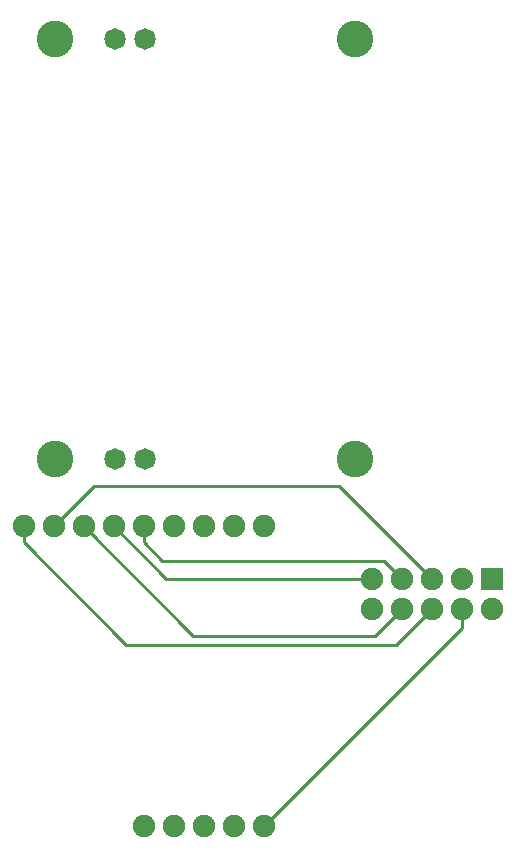
<source format=gbr>
G04 #@! TF.GenerationSoftware,KiCad,Pcbnew,(5.0.1-3-g963ef8bb5)*
G04 #@! TF.CreationDate,2019-04-02T14:04:58+07:00*
G04 #@! TF.ProjectId,STMaytal32-LoRa_Module_v2,53544D617974616C33322D4C6F52615F,rev?*
G04 #@! TF.SameCoordinates,Original*
G04 #@! TF.FileFunction,Copper,L1,Top,Signal*
G04 #@! TF.FilePolarity,Positive*
%FSLAX46Y46*%
G04 Gerber Fmt 4.6, Leading zero omitted, Abs format (unit mm)*
G04 Created by KiCad (PCBNEW (5.0.1-3-g963ef8bb5)) date Tuesday, April 02, 2019 at 02:04:58 PM*
%MOMM*%
%LPD*%
G01*
G04 APERTURE LIST*
G04 #@! TA.AperFunction,ComponentPad*
%ADD10C,1.905000*%
G04 #@! TD*
G04 #@! TA.AperFunction,ComponentPad*
%ADD11R,1.905000X1.905000*%
G04 #@! TD*
G04 #@! TA.AperFunction,ComponentPad*
%ADD12C,1.820000*%
G04 #@! TD*
G04 #@! TA.AperFunction,ComponentPad*
%ADD13C,3.100000*%
G04 #@! TD*
G04 #@! TA.AperFunction,Conductor*
%ADD14C,0.250000*%
G04 #@! TD*
G04 APERTURE END LIST*
D10*
G04 #@! TO.P,J1,2*
G04 #@! TO.N,EN*
X168402000Y-115824000D03*
G04 #@! TO.P,J1,4*
G04 #@! TO.N,G1-PSTAT*
X165862000Y-115824000D03*
G04 #@! TO.P,J1,6*
G04 #@! TO.N,RST*
X163322000Y-115824000D03*
G04 #@! TO.P,J1,8*
G04 #@! TO.N,MOSI-KEY*
X160782000Y-115824000D03*
G04 #@! TO.P,J1,10*
G04 #@! TO.N,GND*
X158242000Y-115824000D03*
D11*
G04 #@! TO.P,J1,1*
G04 #@! TO.N,Net-(J1-Pad1)*
X168402000Y-113284000D03*
D10*
G04 #@! TO.P,J1,9*
G04 #@! TO.N,MISO-TX*
X158242000Y-113284000D03*
G04 #@! TO.P,J1,3*
G04 #@! TO.N,G0*
X165862000Y-113284000D03*
G04 #@! TO.P,J1,7*
G04 #@! TO.N,SCK-RX*
X160782000Y-113284000D03*
G04 #@! TO.P,J1,5*
G04 #@! TO.N,CS-RI*
X163322000Y-113284000D03*
G04 #@! TD*
G04 #@! TO.P,U3,9*
G04 #@! TO.N,RST*
X128778000Y-108839000D03*
G04 #@! TO.P,U3,8*
G04 #@! TO.N,CS-RI*
X131318000Y-108839000D03*
G04 #@! TO.P,U3,7*
G04 #@! TO.N,MOSI-KEY*
X133858000Y-108839000D03*
G04 #@! TO.P,U3,6*
G04 #@! TO.N,MISO-TX*
X136398000Y-108839000D03*
G04 #@! TO.P,U3,4*
G04 #@! TO.N,SCK-RX*
X138938000Y-108839000D03*
G04 #@! TO.P,U3,5*
G04 #@! TO.N,G0*
X141478000Y-108839000D03*
G04 #@! TO.P,U3,3*
G04 #@! TO.N,EN*
X144018000Y-108839000D03*
G04 #@! TO.P,U3,2*
G04 #@! TO.N,GND*
X146558000Y-108839000D03*
G04 #@! TO.P,U3,1*
G04 #@! TO.N,Net-(U3-Pad1)*
X149098000Y-108839000D03*
G04 #@! TO.P,U3,14*
G04 #@! TO.N,Net-(U3-Pad14)*
X138938000Y-134239000D03*
G04 #@! TO.P,U3,13*
G04 #@! TO.N,Net-(U3-Pad13)*
X141478000Y-134239000D03*
G04 #@! TO.P,U3,12*
G04 #@! TO.N,Net-(U3-Pad12)*
X144018000Y-134239000D03*
G04 #@! TO.P,U3,11*
G04 #@! TO.N,Net-(U3-Pad11)*
X146558000Y-134239000D03*
G04 #@! TO.P,U3,10*
G04 #@! TO.N,G1-PSTAT*
X149098000Y-134239000D03*
G04 #@! TD*
D12*
G04 #@! TO.P,U4,1*
G04 #@! TO.N,Net-(BT2-Pad1)*
X136525000Y-67564000D03*
G04 #@! TO.P,U4,2*
G04 #@! TO.N,Net-(BT2-Pad2)*
X139065000Y-67564000D03*
G04 #@! TO.P,U4,3*
G04 #@! TO.N,Net-(U3-Pad1)*
X136525000Y-103124000D03*
D13*
G04 #@! TO.P,U4,*
G04 #@! TO.N,*
X131445000Y-103124000D03*
X131445000Y-67564000D03*
X156845000Y-103124000D03*
X156845000Y-67564000D03*
D12*
G04 #@! TO.P,U4,4*
G04 #@! TO.N,GND*
X139065000Y-103124000D03*
G04 #@! TD*
D14*
G04 #@! TO.N,MISO-TX*
X140843000Y-113284000D02*
X158242000Y-113284000D01*
X136398000Y-108839000D02*
X140843000Y-113284000D01*
G04 #@! TO.N,MOSI-KEY*
X133858000Y-108839000D02*
X143129000Y-118110000D01*
X158496000Y-118110000D02*
X160782000Y-115824000D01*
X143129000Y-118110000D02*
X158496000Y-118110000D01*
G04 #@! TO.N,SCK-RX*
X138938000Y-110186038D02*
X140511962Y-111760000D01*
X138938000Y-108839000D02*
X138938000Y-110186038D01*
X159258000Y-111760000D02*
X160782000Y-113284000D01*
X140511962Y-111760000D02*
X159258000Y-111760000D01*
G04 #@! TO.N,RST*
X128778000Y-110186038D02*
X137463962Y-118872000D01*
X128778000Y-108839000D02*
X128778000Y-110186038D01*
X160274000Y-118872000D02*
X163322000Y-115824000D01*
X137463962Y-118872000D02*
X160274000Y-118872000D01*
G04 #@! TO.N,CS-RI*
X131318000Y-108839000D02*
X134747000Y-105410000D01*
X155448000Y-105410000D02*
X163322000Y-113284000D01*
X134747000Y-105410000D02*
X155448000Y-105410000D01*
G04 #@! TO.N,G1-PSTAT*
X165862000Y-117475000D02*
X165862000Y-115824000D01*
X149098000Y-134239000D02*
X165862000Y-117475000D01*
G04 #@! TD*
M02*

</source>
